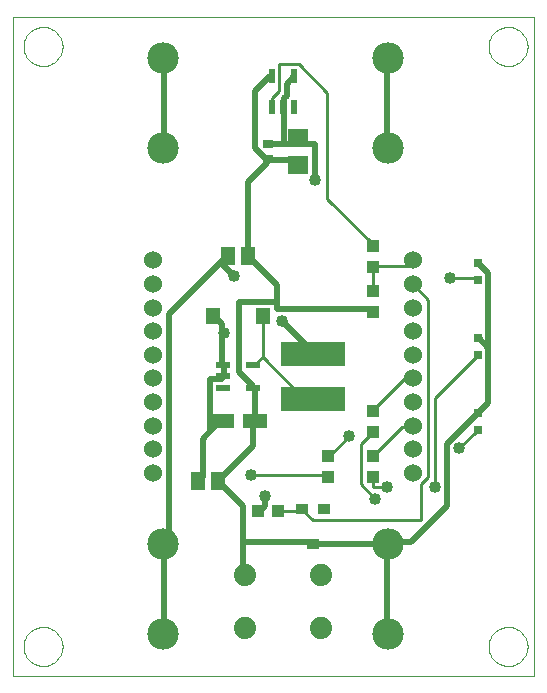
<source format=gtl>
G75*
G70*
%OFA0B0*%
%FSLAX24Y24*%
%IPPOS*%
%LPD*%
%AMOC8*
5,1,8,0,0,1.08239X$1,22.5*
%
%ADD10C,0.0000*%
%ADD11C,0.0600*%
%ADD12R,0.0512X0.0591*%
%ADD13R,0.0500X0.0579*%
%ADD14R,0.2165X0.0846*%
%ADD15R,0.0472X0.0217*%
%ADD16R,0.0787X0.0472*%
%ADD17C,0.1050*%
%ADD18R,0.0217X0.0472*%
%ADD19R,0.0354X0.0276*%
%ADD20R,0.0709X0.0610*%
%ADD21R,0.0433X0.0394*%
%ADD22R,0.0315X0.0315*%
%ADD23C,0.0740*%
%ADD24R,0.0433X0.0354*%
%ADD25R,0.0394X0.0433*%
%ADD26C,0.0100*%
%ADD27C,0.0200*%
%ADD28C,0.0400*%
D10*
X000225Y000225D02*
X000225Y022221D01*
X017595Y022221D01*
X017595Y000225D01*
X000225Y000225D01*
X000575Y001225D02*
X000577Y001275D01*
X000583Y001325D01*
X000593Y001375D01*
X000606Y001423D01*
X000623Y001471D01*
X000644Y001517D01*
X000668Y001561D01*
X000696Y001603D01*
X000727Y001643D01*
X000761Y001680D01*
X000798Y001715D01*
X000837Y001746D01*
X000878Y001775D01*
X000922Y001800D01*
X000968Y001822D01*
X001015Y001840D01*
X001063Y001854D01*
X001112Y001865D01*
X001162Y001872D01*
X001212Y001875D01*
X001263Y001874D01*
X001313Y001869D01*
X001363Y001860D01*
X001411Y001848D01*
X001459Y001831D01*
X001505Y001811D01*
X001550Y001788D01*
X001593Y001761D01*
X001633Y001731D01*
X001671Y001698D01*
X001706Y001662D01*
X001739Y001623D01*
X001768Y001582D01*
X001794Y001539D01*
X001817Y001494D01*
X001836Y001447D01*
X001851Y001399D01*
X001863Y001350D01*
X001871Y001300D01*
X001875Y001250D01*
X001875Y001200D01*
X001871Y001150D01*
X001863Y001100D01*
X001851Y001051D01*
X001836Y001003D01*
X001817Y000956D01*
X001794Y000911D01*
X001768Y000868D01*
X001739Y000827D01*
X001706Y000788D01*
X001671Y000752D01*
X001633Y000719D01*
X001593Y000689D01*
X001550Y000662D01*
X001505Y000639D01*
X001459Y000619D01*
X001411Y000602D01*
X001363Y000590D01*
X001313Y000581D01*
X001263Y000576D01*
X001212Y000575D01*
X001162Y000578D01*
X001112Y000585D01*
X001063Y000596D01*
X001015Y000610D01*
X000968Y000628D01*
X000922Y000650D01*
X000878Y000675D01*
X000837Y000704D01*
X000798Y000735D01*
X000761Y000770D01*
X000727Y000807D01*
X000696Y000847D01*
X000668Y000889D01*
X000644Y000933D01*
X000623Y000979D01*
X000606Y001027D01*
X000593Y001075D01*
X000583Y001125D01*
X000577Y001175D01*
X000575Y001225D01*
X000575Y021225D02*
X000577Y021275D01*
X000583Y021325D01*
X000593Y021375D01*
X000606Y021423D01*
X000623Y021471D01*
X000644Y021517D01*
X000668Y021561D01*
X000696Y021603D01*
X000727Y021643D01*
X000761Y021680D01*
X000798Y021715D01*
X000837Y021746D01*
X000878Y021775D01*
X000922Y021800D01*
X000968Y021822D01*
X001015Y021840D01*
X001063Y021854D01*
X001112Y021865D01*
X001162Y021872D01*
X001212Y021875D01*
X001263Y021874D01*
X001313Y021869D01*
X001363Y021860D01*
X001411Y021848D01*
X001459Y021831D01*
X001505Y021811D01*
X001550Y021788D01*
X001593Y021761D01*
X001633Y021731D01*
X001671Y021698D01*
X001706Y021662D01*
X001739Y021623D01*
X001768Y021582D01*
X001794Y021539D01*
X001817Y021494D01*
X001836Y021447D01*
X001851Y021399D01*
X001863Y021350D01*
X001871Y021300D01*
X001875Y021250D01*
X001875Y021200D01*
X001871Y021150D01*
X001863Y021100D01*
X001851Y021051D01*
X001836Y021003D01*
X001817Y020956D01*
X001794Y020911D01*
X001768Y020868D01*
X001739Y020827D01*
X001706Y020788D01*
X001671Y020752D01*
X001633Y020719D01*
X001593Y020689D01*
X001550Y020662D01*
X001505Y020639D01*
X001459Y020619D01*
X001411Y020602D01*
X001363Y020590D01*
X001313Y020581D01*
X001263Y020576D01*
X001212Y020575D01*
X001162Y020578D01*
X001112Y020585D01*
X001063Y020596D01*
X001015Y020610D01*
X000968Y020628D01*
X000922Y020650D01*
X000878Y020675D01*
X000837Y020704D01*
X000798Y020735D01*
X000761Y020770D01*
X000727Y020807D01*
X000696Y020847D01*
X000668Y020889D01*
X000644Y020933D01*
X000623Y020979D01*
X000606Y021027D01*
X000593Y021075D01*
X000583Y021125D01*
X000577Y021175D01*
X000575Y021225D01*
X016075Y021225D02*
X016077Y021275D01*
X016083Y021325D01*
X016093Y021375D01*
X016106Y021423D01*
X016123Y021471D01*
X016144Y021517D01*
X016168Y021561D01*
X016196Y021603D01*
X016227Y021643D01*
X016261Y021680D01*
X016298Y021715D01*
X016337Y021746D01*
X016378Y021775D01*
X016422Y021800D01*
X016468Y021822D01*
X016515Y021840D01*
X016563Y021854D01*
X016612Y021865D01*
X016662Y021872D01*
X016712Y021875D01*
X016763Y021874D01*
X016813Y021869D01*
X016863Y021860D01*
X016911Y021848D01*
X016959Y021831D01*
X017005Y021811D01*
X017050Y021788D01*
X017093Y021761D01*
X017133Y021731D01*
X017171Y021698D01*
X017206Y021662D01*
X017239Y021623D01*
X017268Y021582D01*
X017294Y021539D01*
X017317Y021494D01*
X017336Y021447D01*
X017351Y021399D01*
X017363Y021350D01*
X017371Y021300D01*
X017375Y021250D01*
X017375Y021200D01*
X017371Y021150D01*
X017363Y021100D01*
X017351Y021051D01*
X017336Y021003D01*
X017317Y020956D01*
X017294Y020911D01*
X017268Y020868D01*
X017239Y020827D01*
X017206Y020788D01*
X017171Y020752D01*
X017133Y020719D01*
X017093Y020689D01*
X017050Y020662D01*
X017005Y020639D01*
X016959Y020619D01*
X016911Y020602D01*
X016863Y020590D01*
X016813Y020581D01*
X016763Y020576D01*
X016712Y020575D01*
X016662Y020578D01*
X016612Y020585D01*
X016563Y020596D01*
X016515Y020610D01*
X016468Y020628D01*
X016422Y020650D01*
X016378Y020675D01*
X016337Y020704D01*
X016298Y020735D01*
X016261Y020770D01*
X016227Y020807D01*
X016196Y020847D01*
X016168Y020889D01*
X016144Y020933D01*
X016123Y020979D01*
X016106Y021027D01*
X016093Y021075D01*
X016083Y021125D01*
X016077Y021175D01*
X016075Y021225D01*
X016075Y001225D02*
X016077Y001275D01*
X016083Y001325D01*
X016093Y001375D01*
X016106Y001423D01*
X016123Y001471D01*
X016144Y001517D01*
X016168Y001561D01*
X016196Y001603D01*
X016227Y001643D01*
X016261Y001680D01*
X016298Y001715D01*
X016337Y001746D01*
X016378Y001775D01*
X016422Y001800D01*
X016468Y001822D01*
X016515Y001840D01*
X016563Y001854D01*
X016612Y001865D01*
X016662Y001872D01*
X016712Y001875D01*
X016763Y001874D01*
X016813Y001869D01*
X016863Y001860D01*
X016911Y001848D01*
X016959Y001831D01*
X017005Y001811D01*
X017050Y001788D01*
X017093Y001761D01*
X017133Y001731D01*
X017171Y001698D01*
X017206Y001662D01*
X017239Y001623D01*
X017268Y001582D01*
X017294Y001539D01*
X017317Y001494D01*
X017336Y001447D01*
X017351Y001399D01*
X017363Y001350D01*
X017371Y001300D01*
X017375Y001250D01*
X017375Y001200D01*
X017371Y001150D01*
X017363Y001100D01*
X017351Y001051D01*
X017336Y001003D01*
X017317Y000956D01*
X017294Y000911D01*
X017268Y000868D01*
X017239Y000827D01*
X017206Y000788D01*
X017171Y000752D01*
X017133Y000719D01*
X017093Y000689D01*
X017050Y000662D01*
X017005Y000639D01*
X016959Y000619D01*
X016911Y000602D01*
X016863Y000590D01*
X016813Y000581D01*
X016763Y000576D01*
X016712Y000575D01*
X016662Y000578D01*
X016612Y000585D01*
X016563Y000596D01*
X016515Y000610D01*
X016468Y000628D01*
X016422Y000650D01*
X016378Y000675D01*
X016337Y000704D01*
X016298Y000735D01*
X016261Y000770D01*
X016227Y000807D01*
X016196Y000847D01*
X016168Y000889D01*
X016144Y000933D01*
X016123Y000979D01*
X016106Y001027D01*
X016093Y001075D01*
X016083Y001125D01*
X016077Y001175D01*
X016075Y001225D01*
D11*
X013556Y007012D03*
X013556Y007800D03*
X013556Y008587D03*
X013556Y009375D03*
X013556Y010162D03*
X013556Y010949D03*
X013556Y011737D03*
X013556Y012524D03*
X013556Y013312D03*
X013556Y014099D03*
X004894Y014099D03*
X004894Y013312D03*
X004894Y012524D03*
X004894Y011737D03*
X004894Y010949D03*
X004894Y010162D03*
X004894Y009375D03*
X004894Y008587D03*
X004894Y007800D03*
X004894Y007012D03*
D12*
X006390Y006725D03*
X007060Y006725D03*
X007390Y014225D03*
X008060Y014225D03*
D13*
X008571Y012225D03*
X006879Y012225D03*
D14*
X010225Y010981D03*
X010225Y009469D03*
D15*
X008237Y009851D03*
X008237Y010599D03*
X007213Y010599D03*
X007213Y010225D03*
X007213Y009851D03*
D16*
X007174Y008725D03*
X008276Y008725D03*
D17*
X005225Y004625D03*
X005225Y001625D03*
X012725Y001625D03*
X012725Y004625D03*
X012725Y017825D03*
X012725Y020825D03*
X005225Y020825D03*
X005225Y017825D03*
D18*
X008851Y019213D03*
X009225Y019213D03*
X009599Y019213D03*
X009599Y020237D03*
X008851Y020237D03*
D19*
X008725Y017981D03*
X008725Y017469D03*
D20*
X009725Y017262D03*
X009725Y018188D03*
D21*
X012225Y014560D03*
X012225Y013890D03*
X012225Y013060D03*
X012225Y012390D03*
X012225Y009060D03*
X012225Y008390D03*
X012225Y007560D03*
X012225Y006890D03*
X010725Y006890D03*
X010725Y007560D03*
D22*
X015725Y008430D03*
X015725Y009020D03*
X015725Y010930D03*
X015725Y011520D03*
X015725Y013430D03*
X015725Y014020D03*
D23*
X010505Y003615D03*
X010505Y001835D03*
X007945Y001835D03*
X007945Y003615D03*
D24*
X009867Y005796D03*
X010583Y005796D03*
X010225Y004654D03*
D25*
X009060Y005725D03*
X008390Y005725D03*
D26*
X009060Y005725D02*
X009105Y005745D01*
X009825Y005745D01*
X009867Y005796D01*
X009905Y005745D01*
X010225Y005425D01*
X013825Y005425D01*
X013825Y006625D01*
X014065Y006865D01*
X014065Y012785D01*
X013585Y013265D01*
X013556Y013312D01*
X013505Y013905D02*
X013505Y014065D01*
X013556Y014099D01*
X013505Y013905D02*
X012225Y013905D01*
X012225Y013890D01*
X012225Y013060D01*
X012225Y014560D02*
X012225Y014625D01*
X010705Y016145D01*
X010705Y019665D01*
X009745Y020625D01*
X009105Y020625D01*
X009105Y019745D01*
X008865Y019505D01*
X008865Y019265D01*
X008851Y019213D01*
X008571Y012225D02*
X008545Y012225D01*
X008545Y010865D01*
X009905Y009505D01*
X010225Y009505D01*
X010225Y009469D01*
X011425Y008225D02*
X010785Y007585D01*
X010725Y007560D01*
X010705Y006945D02*
X010725Y006890D01*
X010705Y006945D02*
X008145Y006945D01*
X008237Y010599D02*
X008305Y010625D01*
X008545Y010865D01*
X011825Y007985D02*
X012225Y008385D01*
X012225Y008390D01*
X011825Y007985D02*
X011825Y006625D01*
X012305Y006145D01*
X012225Y006545D02*
X012225Y006890D01*
X012225Y006545D02*
X012705Y006545D01*
X012225Y007560D02*
X012225Y007585D01*
X013185Y008545D01*
X013505Y008545D01*
X013556Y008587D01*
X014305Y009505D02*
X014305Y006545D01*
X015105Y007825D02*
X015665Y008385D01*
X015725Y008430D01*
X014305Y009505D02*
X015665Y010865D01*
X015725Y010930D01*
X015725Y013430D02*
X015665Y013505D01*
X014785Y013505D01*
X013556Y010162D02*
X013505Y010145D01*
X013265Y010145D01*
X012225Y009105D01*
X012225Y009060D01*
D27*
X010225Y010981D02*
X010225Y011025D01*
X009185Y012065D01*
X009025Y012465D02*
X009025Y012705D01*
X007745Y012705D01*
X007745Y010385D01*
X008225Y009905D01*
X008237Y009851D01*
X008305Y009825D01*
X008305Y008785D01*
X008276Y008725D01*
X008225Y008705D01*
X008225Y007905D01*
X007105Y006785D01*
X007060Y006725D01*
X007105Y006705D01*
X007905Y005905D01*
X007905Y004705D01*
X010145Y004705D01*
X010225Y004654D01*
X010225Y004625D01*
X012725Y004625D01*
X012705Y004545D01*
X012705Y001665D01*
X012725Y001625D01*
X012725Y004625D02*
X012785Y004705D01*
X013505Y004705D01*
X014705Y005905D01*
X014705Y007985D01*
X015665Y008945D01*
X015725Y009020D01*
X015745Y009025D01*
X016065Y009345D01*
X016065Y011185D01*
X016065Y013665D01*
X015745Y013985D01*
X015725Y014020D01*
X015725Y011520D02*
X015745Y011505D01*
X016065Y011185D01*
X012225Y012390D02*
X012225Y012465D01*
X009025Y012465D01*
X009025Y012705D02*
X009025Y013265D01*
X008065Y014225D01*
X008060Y014225D01*
X008065Y014305D01*
X008065Y016705D01*
X008705Y017345D01*
X008725Y017469D01*
X008705Y017425D01*
X008305Y017825D01*
X008305Y019745D01*
X008785Y020225D01*
X008851Y020237D01*
X009345Y019985D02*
X009345Y019585D01*
X009265Y019505D01*
X009265Y019265D01*
X009225Y019213D01*
X009265Y019185D01*
X009265Y017985D01*
X008785Y017985D01*
X008725Y017981D01*
X008725Y017469D02*
X008785Y017425D01*
X009665Y017425D01*
X009665Y017265D01*
X009725Y017262D01*
X010305Y016785D02*
X010305Y017985D01*
X009745Y017985D01*
X009725Y018188D01*
X009665Y018145D01*
X009665Y017985D01*
X009265Y017985D01*
X009345Y019985D02*
X009585Y020225D01*
X009599Y020237D01*
X012705Y020785D02*
X012705Y017825D01*
X012725Y017825D01*
X012705Y020785D02*
X012725Y020825D01*
X007390Y014225D02*
X007185Y013985D01*
X007585Y013585D01*
X007390Y014225D02*
X007345Y014225D01*
X005425Y012305D01*
X005425Y004785D01*
X005265Y004625D01*
X005225Y004625D01*
X005265Y004545D01*
X005265Y001665D01*
X005225Y001625D01*
X007905Y003665D02*
X007945Y003615D01*
X007905Y003665D02*
X007905Y004705D01*
X008390Y005725D02*
X008465Y005745D01*
X008625Y005905D01*
X008625Y006225D01*
X006545Y008145D02*
X006825Y008425D01*
X006785Y008465D01*
X006785Y010145D01*
X007185Y010145D01*
X007213Y010225D01*
X007265Y010225D01*
X007265Y010545D01*
X007213Y010599D01*
X007185Y010625D01*
X007185Y011665D01*
X007265Y011665D01*
X007185Y011665D02*
X007185Y011985D01*
X006945Y012225D01*
X006879Y012225D01*
X007174Y008725D02*
X007105Y008705D01*
X006825Y008425D01*
X006545Y008145D02*
X006545Y006865D01*
X006465Y006785D01*
X006390Y006725D01*
X005265Y017825D02*
X005225Y017825D01*
X005265Y017825D02*
X005265Y020785D01*
X005225Y020825D01*
D28*
X010305Y016785D03*
X007585Y013585D03*
X007265Y011665D03*
X009185Y012065D03*
X011425Y008225D03*
X012705Y006545D03*
X012305Y006145D03*
X014305Y006545D03*
X015105Y007825D03*
X014785Y013505D03*
X008625Y006225D03*
X008145Y006945D03*
M02*

</source>
